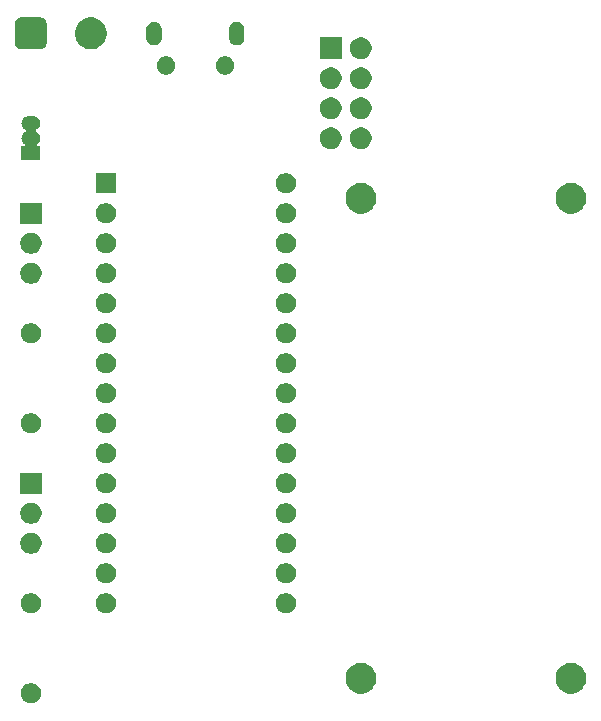
<source format=gbr>
G04 #@! TF.GenerationSoftware,KiCad,Pcbnew,(5.1.5)-3*
G04 #@! TF.CreationDate,2020-05-11T13:25:37+02:00*
G04 #@! TF.ProjectId,Weather_Station_board,57656174-6865-4725-9f53-746174696f6e,rev?*
G04 #@! TF.SameCoordinates,Original*
G04 #@! TF.FileFunction,Soldermask,Bot*
G04 #@! TF.FilePolarity,Negative*
%FSLAX46Y46*%
G04 Gerber Fmt 4.6, Leading zero omitted, Abs format (unit mm)*
G04 Created by KiCad (PCBNEW (5.1.5)-3) date 2020-05-11 13:25:37*
%MOMM*%
%LPD*%
G04 APERTURE LIST*
%ADD10C,0.100000*%
G04 APERTURE END LIST*
D10*
G36*
X95498228Y-100781703D02*
G01*
X95653100Y-100845853D01*
X95792481Y-100938985D01*
X95911015Y-101057519D01*
X96004147Y-101196900D01*
X96068297Y-101351772D01*
X96101000Y-101516184D01*
X96101000Y-101683816D01*
X96068297Y-101848228D01*
X96004147Y-102003100D01*
X95911015Y-102142481D01*
X95792481Y-102261015D01*
X95653100Y-102354147D01*
X95498228Y-102418297D01*
X95333816Y-102451000D01*
X95166184Y-102451000D01*
X95001772Y-102418297D01*
X94846900Y-102354147D01*
X94707519Y-102261015D01*
X94588985Y-102142481D01*
X94495853Y-102003100D01*
X94431703Y-101848228D01*
X94399000Y-101683816D01*
X94399000Y-101516184D01*
X94431703Y-101351772D01*
X94495853Y-101196900D01*
X94588985Y-101057519D01*
X94707519Y-100938985D01*
X94846900Y-100845853D01*
X95001772Y-100781703D01*
X95166184Y-100749000D01*
X95333816Y-100749000D01*
X95498228Y-100781703D01*
G37*
G36*
X141349487Y-99078996D02*
G01*
X141586253Y-99177068D01*
X141586255Y-99177069D01*
X141799339Y-99319447D01*
X141980553Y-99500661D01*
X142122932Y-99713747D01*
X142221004Y-99950513D01*
X142271000Y-100201861D01*
X142271000Y-100458139D01*
X142221004Y-100709487D01*
X142122932Y-100946253D01*
X142122931Y-100946255D01*
X141980553Y-101159339D01*
X141799339Y-101340553D01*
X141586255Y-101482931D01*
X141586254Y-101482932D01*
X141586253Y-101482932D01*
X141349487Y-101581004D01*
X141098139Y-101631000D01*
X140841861Y-101631000D01*
X140590513Y-101581004D01*
X140353747Y-101482932D01*
X140353746Y-101482932D01*
X140353745Y-101482931D01*
X140140661Y-101340553D01*
X139959447Y-101159339D01*
X139817069Y-100946255D01*
X139817068Y-100946253D01*
X139718996Y-100709487D01*
X139669000Y-100458139D01*
X139669000Y-100201861D01*
X139718996Y-99950513D01*
X139817068Y-99713747D01*
X139959447Y-99500661D01*
X140140661Y-99319447D01*
X140353745Y-99177069D01*
X140353747Y-99177068D01*
X140590513Y-99078996D01*
X140841861Y-99029000D01*
X141098139Y-99029000D01*
X141349487Y-99078996D01*
G37*
G36*
X123569487Y-99078996D02*
G01*
X123806253Y-99177068D01*
X123806255Y-99177069D01*
X124019339Y-99319447D01*
X124200553Y-99500661D01*
X124342932Y-99713747D01*
X124441004Y-99950513D01*
X124491000Y-100201861D01*
X124491000Y-100458139D01*
X124441004Y-100709487D01*
X124342932Y-100946253D01*
X124342931Y-100946255D01*
X124200553Y-101159339D01*
X124019339Y-101340553D01*
X123806255Y-101482931D01*
X123806254Y-101482932D01*
X123806253Y-101482932D01*
X123569487Y-101581004D01*
X123318139Y-101631000D01*
X123061861Y-101631000D01*
X122810513Y-101581004D01*
X122573747Y-101482932D01*
X122573746Y-101482932D01*
X122573745Y-101482931D01*
X122360661Y-101340553D01*
X122179447Y-101159339D01*
X122037069Y-100946255D01*
X122037068Y-100946253D01*
X121938996Y-100709487D01*
X121889000Y-100458139D01*
X121889000Y-100201861D01*
X121938996Y-99950513D01*
X122037068Y-99713747D01*
X122179447Y-99500661D01*
X122360661Y-99319447D01*
X122573745Y-99177069D01*
X122573747Y-99177068D01*
X122810513Y-99078996D01*
X123061861Y-99029000D01*
X123318139Y-99029000D01*
X123569487Y-99078996D01*
G37*
G36*
X95498228Y-93161703D02*
G01*
X95653100Y-93225853D01*
X95792481Y-93318985D01*
X95911015Y-93437519D01*
X96004147Y-93576900D01*
X96068297Y-93731772D01*
X96101000Y-93896184D01*
X96101000Y-94063816D01*
X96068297Y-94228228D01*
X96004147Y-94383100D01*
X95911015Y-94522481D01*
X95792481Y-94641015D01*
X95653100Y-94734147D01*
X95498228Y-94798297D01*
X95333816Y-94831000D01*
X95166184Y-94831000D01*
X95001772Y-94798297D01*
X94846900Y-94734147D01*
X94707519Y-94641015D01*
X94588985Y-94522481D01*
X94495853Y-94383100D01*
X94431703Y-94228228D01*
X94399000Y-94063816D01*
X94399000Y-93896184D01*
X94431703Y-93731772D01*
X94495853Y-93576900D01*
X94588985Y-93437519D01*
X94707519Y-93318985D01*
X94846900Y-93225853D01*
X95001772Y-93161703D01*
X95166184Y-93129000D01*
X95333816Y-93129000D01*
X95498228Y-93161703D01*
G37*
G36*
X117088228Y-93161703D02*
G01*
X117243100Y-93225853D01*
X117382481Y-93318985D01*
X117501015Y-93437519D01*
X117594147Y-93576900D01*
X117658297Y-93731772D01*
X117691000Y-93896184D01*
X117691000Y-94063816D01*
X117658297Y-94228228D01*
X117594147Y-94383100D01*
X117501015Y-94522481D01*
X117382481Y-94641015D01*
X117243100Y-94734147D01*
X117088228Y-94798297D01*
X116923816Y-94831000D01*
X116756184Y-94831000D01*
X116591772Y-94798297D01*
X116436900Y-94734147D01*
X116297519Y-94641015D01*
X116178985Y-94522481D01*
X116085853Y-94383100D01*
X116021703Y-94228228D01*
X115989000Y-94063816D01*
X115989000Y-93896184D01*
X116021703Y-93731772D01*
X116085853Y-93576900D01*
X116178985Y-93437519D01*
X116297519Y-93318985D01*
X116436900Y-93225853D01*
X116591772Y-93161703D01*
X116756184Y-93129000D01*
X116923816Y-93129000D01*
X117088228Y-93161703D01*
G37*
G36*
X101848228Y-93161703D02*
G01*
X102003100Y-93225853D01*
X102142481Y-93318985D01*
X102261015Y-93437519D01*
X102354147Y-93576900D01*
X102418297Y-93731772D01*
X102451000Y-93896184D01*
X102451000Y-94063816D01*
X102418297Y-94228228D01*
X102354147Y-94383100D01*
X102261015Y-94522481D01*
X102142481Y-94641015D01*
X102003100Y-94734147D01*
X101848228Y-94798297D01*
X101683816Y-94831000D01*
X101516184Y-94831000D01*
X101351772Y-94798297D01*
X101196900Y-94734147D01*
X101057519Y-94641015D01*
X100938985Y-94522481D01*
X100845853Y-94383100D01*
X100781703Y-94228228D01*
X100749000Y-94063816D01*
X100749000Y-93896184D01*
X100781703Y-93731772D01*
X100845853Y-93576900D01*
X100938985Y-93437519D01*
X101057519Y-93318985D01*
X101196900Y-93225853D01*
X101351772Y-93161703D01*
X101516184Y-93129000D01*
X101683816Y-93129000D01*
X101848228Y-93161703D01*
G37*
G36*
X117088228Y-90621703D02*
G01*
X117243100Y-90685853D01*
X117382481Y-90778985D01*
X117501015Y-90897519D01*
X117594147Y-91036900D01*
X117658297Y-91191772D01*
X117691000Y-91356184D01*
X117691000Y-91523816D01*
X117658297Y-91688228D01*
X117594147Y-91843100D01*
X117501015Y-91982481D01*
X117382481Y-92101015D01*
X117243100Y-92194147D01*
X117088228Y-92258297D01*
X116923816Y-92291000D01*
X116756184Y-92291000D01*
X116591772Y-92258297D01*
X116436900Y-92194147D01*
X116297519Y-92101015D01*
X116178985Y-91982481D01*
X116085853Y-91843100D01*
X116021703Y-91688228D01*
X115989000Y-91523816D01*
X115989000Y-91356184D01*
X116021703Y-91191772D01*
X116085853Y-91036900D01*
X116178985Y-90897519D01*
X116297519Y-90778985D01*
X116436900Y-90685853D01*
X116591772Y-90621703D01*
X116756184Y-90589000D01*
X116923816Y-90589000D01*
X117088228Y-90621703D01*
G37*
G36*
X101848228Y-90621703D02*
G01*
X102003100Y-90685853D01*
X102142481Y-90778985D01*
X102261015Y-90897519D01*
X102354147Y-91036900D01*
X102418297Y-91191772D01*
X102451000Y-91356184D01*
X102451000Y-91523816D01*
X102418297Y-91688228D01*
X102354147Y-91843100D01*
X102261015Y-91982481D01*
X102142481Y-92101015D01*
X102003100Y-92194147D01*
X101848228Y-92258297D01*
X101683816Y-92291000D01*
X101516184Y-92291000D01*
X101351772Y-92258297D01*
X101196900Y-92194147D01*
X101057519Y-92101015D01*
X100938985Y-91982481D01*
X100845853Y-91843100D01*
X100781703Y-91688228D01*
X100749000Y-91523816D01*
X100749000Y-91356184D01*
X100781703Y-91191772D01*
X100845853Y-91036900D01*
X100938985Y-90897519D01*
X101057519Y-90778985D01*
X101196900Y-90685853D01*
X101351772Y-90621703D01*
X101516184Y-90589000D01*
X101683816Y-90589000D01*
X101848228Y-90621703D01*
G37*
G36*
X95363512Y-88003927D02*
G01*
X95512812Y-88033624D01*
X95676784Y-88101544D01*
X95824354Y-88200147D01*
X95949853Y-88325646D01*
X96048456Y-88473216D01*
X96116376Y-88637188D01*
X96151000Y-88811259D01*
X96151000Y-88988741D01*
X96116376Y-89162812D01*
X96048456Y-89326784D01*
X95949853Y-89474354D01*
X95824354Y-89599853D01*
X95676784Y-89698456D01*
X95512812Y-89766376D01*
X95363512Y-89796073D01*
X95338742Y-89801000D01*
X95161258Y-89801000D01*
X95136488Y-89796073D01*
X94987188Y-89766376D01*
X94823216Y-89698456D01*
X94675646Y-89599853D01*
X94550147Y-89474354D01*
X94451544Y-89326784D01*
X94383624Y-89162812D01*
X94349000Y-88988741D01*
X94349000Y-88811259D01*
X94383624Y-88637188D01*
X94451544Y-88473216D01*
X94550147Y-88325646D01*
X94675646Y-88200147D01*
X94823216Y-88101544D01*
X94987188Y-88033624D01*
X95136488Y-88003927D01*
X95161258Y-87999000D01*
X95338742Y-87999000D01*
X95363512Y-88003927D01*
G37*
G36*
X117088228Y-88081703D02*
G01*
X117243100Y-88145853D01*
X117382481Y-88238985D01*
X117501015Y-88357519D01*
X117594147Y-88496900D01*
X117658297Y-88651772D01*
X117691000Y-88816184D01*
X117691000Y-88983816D01*
X117658297Y-89148228D01*
X117594147Y-89303100D01*
X117501015Y-89442481D01*
X117382481Y-89561015D01*
X117243100Y-89654147D01*
X117088228Y-89718297D01*
X116923816Y-89751000D01*
X116756184Y-89751000D01*
X116591772Y-89718297D01*
X116436900Y-89654147D01*
X116297519Y-89561015D01*
X116178985Y-89442481D01*
X116085853Y-89303100D01*
X116021703Y-89148228D01*
X115989000Y-88983816D01*
X115989000Y-88816184D01*
X116021703Y-88651772D01*
X116085853Y-88496900D01*
X116178985Y-88357519D01*
X116297519Y-88238985D01*
X116436900Y-88145853D01*
X116591772Y-88081703D01*
X116756184Y-88049000D01*
X116923816Y-88049000D01*
X117088228Y-88081703D01*
G37*
G36*
X101848228Y-88081703D02*
G01*
X102003100Y-88145853D01*
X102142481Y-88238985D01*
X102261015Y-88357519D01*
X102354147Y-88496900D01*
X102418297Y-88651772D01*
X102451000Y-88816184D01*
X102451000Y-88983816D01*
X102418297Y-89148228D01*
X102354147Y-89303100D01*
X102261015Y-89442481D01*
X102142481Y-89561015D01*
X102003100Y-89654147D01*
X101848228Y-89718297D01*
X101683816Y-89751000D01*
X101516184Y-89751000D01*
X101351772Y-89718297D01*
X101196900Y-89654147D01*
X101057519Y-89561015D01*
X100938985Y-89442481D01*
X100845853Y-89303100D01*
X100781703Y-89148228D01*
X100749000Y-88983816D01*
X100749000Y-88816184D01*
X100781703Y-88651772D01*
X100845853Y-88496900D01*
X100938985Y-88357519D01*
X101057519Y-88238985D01*
X101196900Y-88145853D01*
X101351772Y-88081703D01*
X101516184Y-88049000D01*
X101683816Y-88049000D01*
X101848228Y-88081703D01*
G37*
G36*
X95363512Y-85463927D02*
G01*
X95512812Y-85493624D01*
X95676784Y-85561544D01*
X95824354Y-85660147D01*
X95949853Y-85785646D01*
X96048456Y-85933216D01*
X96116376Y-86097188D01*
X96151000Y-86271259D01*
X96151000Y-86448741D01*
X96116376Y-86622812D01*
X96048456Y-86786784D01*
X95949853Y-86934354D01*
X95824354Y-87059853D01*
X95676784Y-87158456D01*
X95512812Y-87226376D01*
X95363512Y-87256073D01*
X95338742Y-87261000D01*
X95161258Y-87261000D01*
X95136488Y-87256073D01*
X94987188Y-87226376D01*
X94823216Y-87158456D01*
X94675646Y-87059853D01*
X94550147Y-86934354D01*
X94451544Y-86786784D01*
X94383624Y-86622812D01*
X94349000Y-86448741D01*
X94349000Y-86271259D01*
X94383624Y-86097188D01*
X94451544Y-85933216D01*
X94550147Y-85785646D01*
X94675646Y-85660147D01*
X94823216Y-85561544D01*
X94987188Y-85493624D01*
X95136488Y-85463927D01*
X95161258Y-85459000D01*
X95338742Y-85459000D01*
X95363512Y-85463927D01*
G37*
G36*
X117088228Y-85541703D02*
G01*
X117243100Y-85605853D01*
X117382481Y-85698985D01*
X117501015Y-85817519D01*
X117594147Y-85956900D01*
X117658297Y-86111772D01*
X117691000Y-86276184D01*
X117691000Y-86443816D01*
X117658297Y-86608228D01*
X117594147Y-86763100D01*
X117501015Y-86902481D01*
X117382481Y-87021015D01*
X117243100Y-87114147D01*
X117088228Y-87178297D01*
X116923816Y-87211000D01*
X116756184Y-87211000D01*
X116591772Y-87178297D01*
X116436900Y-87114147D01*
X116297519Y-87021015D01*
X116178985Y-86902481D01*
X116085853Y-86763100D01*
X116021703Y-86608228D01*
X115989000Y-86443816D01*
X115989000Y-86276184D01*
X116021703Y-86111772D01*
X116085853Y-85956900D01*
X116178985Y-85817519D01*
X116297519Y-85698985D01*
X116436900Y-85605853D01*
X116591772Y-85541703D01*
X116756184Y-85509000D01*
X116923816Y-85509000D01*
X117088228Y-85541703D01*
G37*
G36*
X101848228Y-85541703D02*
G01*
X102003100Y-85605853D01*
X102142481Y-85698985D01*
X102261015Y-85817519D01*
X102354147Y-85956900D01*
X102418297Y-86111772D01*
X102451000Y-86276184D01*
X102451000Y-86443816D01*
X102418297Y-86608228D01*
X102354147Y-86763100D01*
X102261015Y-86902481D01*
X102142481Y-87021015D01*
X102003100Y-87114147D01*
X101848228Y-87178297D01*
X101683816Y-87211000D01*
X101516184Y-87211000D01*
X101351772Y-87178297D01*
X101196900Y-87114147D01*
X101057519Y-87021015D01*
X100938985Y-86902481D01*
X100845853Y-86763100D01*
X100781703Y-86608228D01*
X100749000Y-86443816D01*
X100749000Y-86276184D01*
X100781703Y-86111772D01*
X100845853Y-85956900D01*
X100938985Y-85817519D01*
X101057519Y-85698985D01*
X101196900Y-85605853D01*
X101351772Y-85541703D01*
X101516184Y-85509000D01*
X101683816Y-85509000D01*
X101848228Y-85541703D01*
G37*
G36*
X96151000Y-84721000D02*
G01*
X94349000Y-84721000D01*
X94349000Y-82919000D01*
X96151000Y-82919000D01*
X96151000Y-84721000D01*
G37*
G36*
X117088228Y-83001703D02*
G01*
X117243100Y-83065853D01*
X117382481Y-83158985D01*
X117501015Y-83277519D01*
X117594147Y-83416900D01*
X117658297Y-83571772D01*
X117691000Y-83736184D01*
X117691000Y-83903816D01*
X117658297Y-84068228D01*
X117594147Y-84223100D01*
X117501015Y-84362481D01*
X117382481Y-84481015D01*
X117243100Y-84574147D01*
X117088228Y-84638297D01*
X116923816Y-84671000D01*
X116756184Y-84671000D01*
X116591772Y-84638297D01*
X116436900Y-84574147D01*
X116297519Y-84481015D01*
X116178985Y-84362481D01*
X116085853Y-84223100D01*
X116021703Y-84068228D01*
X115989000Y-83903816D01*
X115989000Y-83736184D01*
X116021703Y-83571772D01*
X116085853Y-83416900D01*
X116178985Y-83277519D01*
X116297519Y-83158985D01*
X116436900Y-83065853D01*
X116591772Y-83001703D01*
X116756184Y-82969000D01*
X116923816Y-82969000D01*
X117088228Y-83001703D01*
G37*
G36*
X101848228Y-83001703D02*
G01*
X102003100Y-83065853D01*
X102142481Y-83158985D01*
X102261015Y-83277519D01*
X102354147Y-83416900D01*
X102418297Y-83571772D01*
X102451000Y-83736184D01*
X102451000Y-83903816D01*
X102418297Y-84068228D01*
X102354147Y-84223100D01*
X102261015Y-84362481D01*
X102142481Y-84481015D01*
X102003100Y-84574147D01*
X101848228Y-84638297D01*
X101683816Y-84671000D01*
X101516184Y-84671000D01*
X101351772Y-84638297D01*
X101196900Y-84574147D01*
X101057519Y-84481015D01*
X100938985Y-84362481D01*
X100845853Y-84223100D01*
X100781703Y-84068228D01*
X100749000Y-83903816D01*
X100749000Y-83736184D01*
X100781703Y-83571772D01*
X100845853Y-83416900D01*
X100938985Y-83277519D01*
X101057519Y-83158985D01*
X101196900Y-83065853D01*
X101351772Y-83001703D01*
X101516184Y-82969000D01*
X101683816Y-82969000D01*
X101848228Y-83001703D01*
G37*
G36*
X117088228Y-80461703D02*
G01*
X117243100Y-80525853D01*
X117382481Y-80618985D01*
X117501015Y-80737519D01*
X117594147Y-80876900D01*
X117658297Y-81031772D01*
X117691000Y-81196184D01*
X117691000Y-81363816D01*
X117658297Y-81528228D01*
X117594147Y-81683100D01*
X117501015Y-81822481D01*
X117382481Y-81941015D01*
X117243100Y-82034147D01*
X117088228Y-82098297D01*
X116923816Y-82131000D01*
X116756184Y-82131000D01*
X116591772Y-82098297D01*
X116436900Y-82034147D01*
X116297519Y-81941015D01*
X116178985Y-81822481D01*
X116085853Y-81683100D01*
X116021703Y-81528228D01*
X115989000Y-81363816D01*
X115989000Y-81196184D01*
X116021703Y-81031772D01*
X116085853Y-80876900D01*
X116178985Y-80737519D01*
X116297519Y-80618985D01*
X116436900Y-80525853D01*
X116591772Y-80461703D01*
X116756184Y-80429000D01*
X116923816Y-80429000D01*
X117088228Y-80461703D01*
G37*
G36*
X101848228Y-80461703D02*
G01*
X102003100Y-80525853D01*
X102142481Y-80618985D01*
X102261015Y-80737519D01*
X102354147Y-80876900D01*
X102418297Y-81031772D01*
X102451000Y-81196184D01*
X102451000Y-81363816D01*
X102418297Y-81528228D01*
X102354147Y-81683100D01*
X102261015Y-81822481D01*
X102142481Y-81941015D01*
X102003100Y-82034147D01*
X101848228Y-82098297D01*
X101683816Y-82131000D01*
X101516184Y-82131000D01*
X101351772Y-82098297D01*
X101196900Y-82034147D01*
X101057519Y-81941015D01*
X100938985Y-81822481D01*
X100845853Y-81683100D01*
X100781703Y-81528228D01*
X100749000Y-81363816D01*
X100749000Y-81196184D01*
X100781703Y-81031772D01*
X100845853Y-80876900D01*
X100938985Y-80737519D01*
X101057519Y-80618985D01*
X101196900Y-80525853D01*
X101351772Y-80461703D01*
X101516184Y-80429000D01*
X101683816Y-80429000D01*
X101848228Y-80461703D01*
G37*
G36*
X117088228Y-77921703D02*
G01*
X117243100Y-77985853D01*
X117382481Y-78078985D01*
X117501015Y-78197519D01*
X117594147Y-78336900D01*
X117658297Y-78491772D01*
X117691000Y-78656184D01*
X117691000Y-78823816D01*
X117658297Y-78988228D01*
X117594147Y-79143100D01*
X117501015Y-79282481D01*
X117382481Y-79401015D01*
X117243100Y-79494147D01*
X117088228Y-79558297D01*
X116923816Y-79591000D01*
X116756184Y-79591000D01*
X116591772Y-79558297D01*
X116436900Y-79494147D01*
X116297519Y-79401015D01*
X116178985Y-79282481D01*
X116085853Y-79143100D01*
X116021703Y-78988228D01*
X115989000Y-78823816D01*
X115989000Y-78656184D01*
X116021703Y-78491772D01*
X116085853Y-78336900D01*
X116178985Y-78197519D01*
X116297519Y-78078985D01*
X116436900Y-77985853D01*
X116591772Y-77921703D01*
X116756184Y-77889000D01*
X116923816Y-77889000D01*
X117088228Y-77921703D01*
G37*
G36*
X95498228Y-77921703D02*
G01*
X95653100Y-77985853D01*
X95792481Y-78078985D01*
X95911015Y-78197519D01*
X96004147Y-78336900D01*
X96068297Y-78491772D01*
X96101000Y-78656184D01*
X96101000Y-78823816D01*
X96068297Y-78988228D01*
X96004147Y-79143100D01*
X95911015Y-79282481D01*
X95792481Y-79401015D01*
X95653100Y-79494147D01*
X95498228Y-79558297D01*
X95333816Y-79591000D01*
X95166184Y-79591000D01*
X95001772Y-79558297D01*
X94846900Y-79494147D01*
X94707519Y-79401015D01*
X94588985Y-79282481D01*
X94495853Y-79143100D01*
X94431703Y-78988228D01*
X94399000Y-78823816D01*
X94399000Y-78656184D01*
X94431703Y-78491772D01*
X94495853Y-78336900D01*
X94588985Y-78197519D01*
X94707519Y-78078985D01*
X94846900Y-77985853D01*
X95001772Y-77921703D01*
X95166184Y-77889000D01*
X95333816Y-77889000D01*
X95498228Y-77921703D01*
G37*
G36*
X101848228Y-77921703D02*
G01*
X102003100Y-77985853D01*
X102142481Y-78078985D01*
X102261015Y-78197519D01*
X102354147Y-78336900D01*
X102418297Y-78491772D01*
X102451000Y-78656184D01*
X102451000Y-78823816D01*
X102418297Y-78988228D01*
X102354147Y-79143100D01*
X102261015Y-79282481D01*
X102142481Y-79401015D01*
X102003100Y-79494147D01*
X101848228Y-79558297D01*
X101683816Y-79591000D01*
X101516184Y-79591000D01*
X101351772Y-79558297D01*
X101196900Y-79494147D01*
X101057519Y-79401015D01*
X100938985Y-79282481D01*
X100845853Y-79143100D01*
X100781703Y-78988228D01*
X100749000Y-78823816D01*
X100749000Y-78656184D01*
X100781703Y-78491772D01*
X100845853Y-78336900D01*
X100938985Y-78197519D01*
X101057519Y-78078985D01*
X101196900Y-77985853D01*
X101351772Y-77921703D01*
X101516184Y-77889000D01*
X101683816Y-77889000D01*
X101848228Y-77921703D01*
G37*
G36*
X117088228Y-75381703D02*
G01*
X117243100Y-75445853D01*
X117382481Y-75538985D01*
X117501015Y-75657519D01*
X117594147Y-75796900D01*
X117658297Y-75951772D01*
X117691000Y-76116184D01*
X117691000Y-76283816D01*
X117658297Y-76448228D01*
X117594147Y-76603100D01*
X117501015Y-76742481D01*
X117382481Y-76861015D01*
X117243100Y-76954147D01*
X117088228Y-77018297D01*
X116923816Y-77051000D01*
X116756184Y-77051000D01*
X116591772Y-77018297D01*
X116436900Y-76954147D01*
X116297519Y-76861015D01*
X116178985Y-76742481D01*
X116085853Y-76603100D01*
X116021703Y-76448228D01*
X115989000Y-76283816D01*
X115989000Y-76116184D01*
X116021703Y-75951772D01*
X116085853Y-75796900D01*
X116178985Y-75657519D01*
X116297519Y-75538985D01*
X116436900Y-75445853D01*
X116591772Y-75381703D01*
X116756184Y-75349000D01*
X116923816Y-75349000D01*
X117088228Y-75381703D01*
G37*
G36*
X101848228Y-75381703D02*
G01*
X102003100Y-75445853D01*
X102142481Y-75538985D01*
X102261015Y-75657519D01*
X102354147Y-75796900D01*
X102418297Y-75951772D01*
X102451000Y-76116184D01*
X102451000Y-76283816D01*
X102418297Y-76448228D01*
X102354147Y-76603100D01*
X102261015Y-76742481D01*
X102142481Y-76861015D01*
X102003100Y-76954147D01*
X101848228Y-77018297D01*
X101683816Y-77051000D01*
X101516184Y-77051000D01*
X101351772Y-77018297D01*
X101196900Y-76954147D01*
X101057519Y-76861015D01*
X100938985Y-76742481D01*
X100845853Y-76603100D01*
X100781703Y-76448228D01*
X100749000Y-76283816D01*
X100749000Y-76116184D01*
X100781703Y-75951772D01*
X100845853Y-75796900D01*
X100938985Y-75657519D01*
X101057519Y-75538985D01*
X101196900Y-75445853D01*
X101351772Y-75381703D01*
X101516184Y-75349000D01*
X101683816Y-75349000D01*
X101848228Y-75381703D01*
G37*
G36*
X101848228Y-72841703D02*
G01*
X102003100Y-72905853D01*
X102142481Y-72998985D01*
X102261015Y-73117519D01*
X102354147Y-73256900D01*
X102418297Y-73411772D01*
X102451000Y-73576184D01*
X102451000Y-73743816D01*
X102418297Y-73908228D01*
X102354147Y-74063100D01*
X102261015Y-74202481D01*
X102142481Y-74321015D01*
X102003100Y-74414147D01*
X101848228Y-74478297D01*
X101683816Y-74511000D01*
X101516184Y-74511000D01*
X101351772Y-74478297D01*
X101196900Y-74414147D01*
X101057519Y-74321015D01*
X100938985Y-74202481D01*
X100845853Y-74063100D01*
X100781703Y-73908228D01*
X100749000Y-73743816D01*
X100749000Y-73576184D01*
X100781703Y-73411772D01*
X100845853Y-73256900D01*
X100938985Y-73117519D01*
X101057519Y-72998985D01*
X101196900Y-72905853D01*
X101351772Y-72841703D01*
X101516184Y-72809000D01*
X101683816Y-72809000D01*
X101848228Y-72841703D01*
G37*
G36*
X117088228Y-72841703D02*
G01*
X117243100Y-72905853D01*
X117382481Y-72998985D01*
X117501015Y-73117519D01*
X117594147Y-73256900D01*
X117658297Y-73411772D01*
X117691000Y-73576184D01*
X117691000Y-73743816D01*
X117658297Y-73908228D01*
X117594147Y-74063100D01*
X117501015Y-74202481D01*
X117382481Y-74321015D01*
X117243100Y-74414147D01*
X117088228Y-74478297D01*
X116923816Y-74511000D01*
X116756184Y-74511000D01*
X116591772Y-74478297D01*
X116436900Y-74414147D01*
X116297519Y-74321015D01*
X116178985Y-74202481D01*
X116085853Y-74063100D01*
X116021703Y-73908228D01*
X115989000Y-73743816D01*
X115989000Y-73576184D01*
X116021703Y-73411772D01*
X116085853Y-73256900D01*
X116178985Y-73117519D01*
X116297519Y-72998985D01*
X116436900Y-72905853D01*
X116591772Y-72841703D01*
X116756184Y-72809000D01*
X116923816Y-72809000D01*
X117088228Y-72841703D01*
G37*
G36*
X101848228Y-70301703D02*
G01*
X102003100Y-70365853D01*
X102142481Y-70458985D01*
X102261015Y-70577519D01*
X102354147Y-70716900D01*
X102418297Y-70871772D01*
X102451000Y-71036184D01*
X102451000Y-71203816D01*
X102418297Y-71368228D01*
X102354147Y-71523100D01*
X102261015Y-71662481D01*
X102142481Y-71781015D01*
X102003100Y-71874147D01*
X101848228Y-71938297D01*
X101683816Y-71971000D01*
X101516184Y-71971000D01*
X101351772Y-71938297D01*
X101196900Y-71874147D01*
X101057519Y-71781015D01*
X100938985Y-71662481D01*
X100845853Y-71523100D01*
X100781703Y-71368228D01*
X100749000Y-71203816D01*
X100749000Y-71036184D01*
X100781703Y-70871772D01*
X100845853Y-70716900D01*
X100938985Y-70577519D01*
X101057519Y-70458985D01*
X101196900Y-70365853D01*
X101351772Y-70301703D01*
X101516184Y-70269000D01*
X101683816Y-70269000D01*
X101848228Y-70301703D01*
G37*
G36*
X117088228Y-70301703D02*
G01*
X117243100Y-70365853D01*
X117382481Y-70458985D01*
X117501015Y-70577519D01*
X117594147Y-70716900D01*
X117658297Y-70871772D01*
X117691000Y-71036184D01*
X117691000Y-71203816D01*
X117658297Y-71368228D01*
X117594147Y-71523100D01*
X117501015Y-71662481D01*
X117382481Y-71781015D01*
X117243100Y-71874147D01*
X117088228Y-71938297D01*
X116923816Y-71971000D01*
X116756184Y-71971000D01*
X116591772Y-71938297D01*
X116436900Y-71874147D01*
X116297519Y-71781015D01*
X116178985Y-71662481D01*
X116085853Y-71523100D01*
X116021703Y-71368228D01*
X115989000Y-71203816D01*
X115989000Y-71036184D01*
X116021703Y-70871772D01*
X116085853Y-70716900D01*
X116178985Y-70577519D01*
X116297519Y-70458985D01*
X116436900Y-70365853D01*
X116591772Y-70301703D01*
X116756184Y-70269000D01*
X116923816Y-70269000D01*
X117088228Y-70301703D01*
G37*
G36*
X95498228Y-70301703D02*
G01*
X95653100Y-70365853D01*
X95792481Y-70458985D01*
X95911015Y-70577519D01*
X96004147Y-70716900D01*
X96068297Y-70871772D01*
X96101000Y-71036184D01*
X96101000Y-71203816D01*
X96068297Y-71368228D01*
X96004147Y-71523100D01*
X95911015Y-71662481D01*
X95792481Y-71781015D01*
X95653100Y-71874147D01*
X95498228Y-71938297D01*
X95333816Y-71971000D01*
X95166184Y-71971000D01*
X95001772Y-71938297D01*
X94846900Y-71874147D01*
X94707519Y-71781015D01*
X94588985Y-71662481D01*
X94495853Y-71523100D01*
X94431703Y-71368228D01*
X94399000Y-71203816D01*
X94399000Y-71036184D01*
X94431703Y-70871772D01*
X94495853Y-70716900D01*
X94588985Y-70577519D01*
X94707519Y-70458985D01*
X94846900Y-70365853D01*
X95001772Y-70301703D01*
X95166184Y-70269000D01*
X95333816Y-70269000D01*
X95498228Y-70301703D01*
G37*
G36*
X117088228Y-67761703D02*
G01*
X117243100Y-67825853D01*
X117382481Y-67918985D01*
X117501015Y-68037519D01*
X117594147Y-68176900D01*
X117658297Y-68331772D01*
X117691000Y-68496184D01*
X117691000Y-68663816D01*
X117658297Y-68828228D01*
X117594147Y-68983100D01*
X117501015Y-69122481D01*
X117382481Y-69241015D01*
X117243100Y-69334147D01*
X117088228Y-69398297D01*
X116923816Y-69431000D01*
X116756184Y-69431000D01*
X116591772Y-69398297D01*
X116436900Y-69334147D01*
X116297519Y-69241015D01*
X116178985Y-69122481D01*
X116085853Y-68983100D01*
X116021703Y-68828228D01*
X115989000Y-68663816D01*
X115989000Y-68496184D01*
X116021703Y-68331772D01*
X116085853Y-68176900D01*
X116178985Y-68037519D01*
X116297519Y-67918985D01*
X116436900Y-67825853D01*
X116591772Y-67761703D01*
X116756184Y-67729000D01*
X116923816Y-67729000D01*
X117088228Y-67761703D01*
G37*
G36*
X101848228Y-67761703D02*
G01*
X102003100Y-67825853D01*
X102142481Y-67918985D01*
X102261015Y-68037519D01*
X102354147Y-68176900D01*
X102418297Y-68331772D01*
X102451000Y-68496184D01*
X102451000Y-68663816D01*
X102418297Y-68828228D01*
X102354147Y-68983100D01*
X102261015Y-69122481D01*
X102142481Y-69241015D01*
X102003100Y-69334147D01*
X101848228Y-69398297D01*
X101683816Y-69431000D01*
X101516184Y-69431000D01*
X101351772Y-69398297D01*
X101196900Y-69334147D01*
X101057519Y-69241015D01*
X100938985Y-69122481D01*
X100845853Y-68983100D01*
X100781703Y-68828228D01*
X100749000Y-68663816D01*
X100749000Y-68496184D01*
X100781703Y-68331772D01*
X100845853Y-68176900D01*
X100938985Y-68037519D01*
X101057519Y-67918985D01*
X101196900Y-67825853D01*
X101351772Y-67761703D01*
X101516184Y-67729000D01*
X101683816Y-67729000D01*
X101848228Y-67761703D01*
G37*
G36*
X95363512Y-65143927D02*
G01*
X95512812Y-65173624D01*
X95676784Y-65241544D01*
X95824354Y-65340147D01*
X95949853Y-65465646D01*
X96048456Y-65613216D01*
X96116376Y-65777188D01*
X96151000Y-65951259D01*
X96151000Y-66128741D01*
X96116376Y-66302812D01*
X96048456Y-66466784D01*
X95949853Y-66614354D01*
X95824354Y-66739853D01*
X95676784Y-66838456D01*
X95512812Y-66906376D01*
X95363512Y-66936073D01*
X95338742Y-66941000D01*
X95161258Y-66941000D01*
X95136488Y-66936073D01*
X94987188Y-66906376D01*
X94823216Y-66838456D01*
X94675646Y-66739853D01*
X94550147Y-66614354D01*
X94451544Y-66466784D01*
X94383624Y-66302812D01*
X94349000Y-66128741D01*
X94349000Y-65951259D01*
X94383624Y-65777188D01*
X94451544Y-65613216D01*
X94550147Y-65465646D01*
X94675646Y-65340147D01*
X94823216Y-65241544D01*
X94987188Y-65173624D01*
X95136488Y-65143927D01*
X95161258Y-65139000D01*
X95338742Y-65139000D01*
X95363512Y-65143927D01*
G37*
G36*
X101848228Y-65221703D02*
G01*
X102003100Y-65285853D01*
X102142481Y-65378985D01*
X102261015Y-65497519D01*
X102354147Y-65636900D01*
X102418297Y-65791772D01*
X102451000Y-65956184D01*
X102451000Y-66123816D01*
X102418297Y-66288228D01*
X102354147Y-66443100D01*
X102261015Y-66582481D01*
X102142481Y-66701015D01*
X102003100Y-66794147D01*
X101848228Y-66858297D01*
X101683816Y-66891000D01*
X101516184Y-66891000D01*
X101351772Y-66858297D01*
X101196900Y-66794147D01*
X101057519Y-66701015D01*
X100938985Y-66582481D01*
X100845853Y-66443100D01*
X100781703Y-66288228D01*
X100749000Y-66123816D01*
X100749000Y-65956184D01*
X100781703Y-65791772D01*
X100845853Y-65636900D01*
X100938985Y-65497519D01*
X101057519Y-65378985D01*
X101196900Y-65285853D01*
X101351772Y-65221703D01*
X101516184Y-65189000D01*
X101683816Y-65189000D01*
X101848228Y-65221703D01*
G37*
G36*
X117088228Y-65221703D02*
G01*
X117243100Y-65285853D01*
X117382481Y-65378985D01*
X117501015Y-65497519D01*
X117594147Y-65636900D01*
X117658297Y-65791772D01*
X117691000Y-65956184D01*
X117691000Y-66123816D01*
X117658297Y-66288228D01*
X117594147Y-66443100D01*
X117501015Y-66582481D01*
X117382481Y-66701015D01*
X117243100Y-66794147D01*
X117088228Y-66858297D01*
X116923816Y-66891000D01*
X116756184Y-66891000D01*
X116591772Y-66858297D01*
X116436900Y-66794147D01*
X116297519Y-66701015D01*
X116178985Y-66582481D01*
X116085853Y-66443100D01*
X116021703Y-66288228D01*
X115989000Y-66123816D01*
X115989000Y-65956184D01*
X116021703Y-65791772D01*
X116085853Y-65636900D01*
X116178985Y-65497519D01*
X116297519Y-65378985D01*
X116436900Y-65285853D01*
X116591772Y-65221703D01*
X116756184Y-65189000D01*
X116923816Y-65189000D01*
X117088228Y-65221703D01*
G37*
G36*
X95363512Y-62603927D02*
G01*
X95512812Y-62633624D01*
X95676784Y-62701544D01*
X95824354Y-62800147D01*
X95949853Y-62925646D01*
X96048456Y-63073216D01*
X96116376Y-63237188D01*
X96151000Y-63411259D01*
X96151000Y-63588741D01*
X96116376Y-63762812D01*
X96048456Y-63926784D01*
X95949853Y-64074354D01*
X95824354Y-64199853D01*
X95676784Y-64298456D01*
X95512812Y-64366376D01*
X95363512Y-64396073D01*
X95338742Y-64401000D01*
X95161258Y-64401000D01*
X95136488Y-64396073D01*
X94987188Y-64366376D01*
X94823216Y-64298456D01*
X94675646Y-64199853D01*
X94550147Y-64074354D01*
X94451544Y-63926784D01*
X94383624Y-63762812D01*
X94349000Y-63588741D01*
X94349000Y-63411259D01*
X94383624Y-63237188D01*
X94451544Y-63073216D01*
X94550147Y-62925646D01*
X94675646Y-62800147D01*
X94823216Y-62701544D01*
X94987188Y-62633624D01*
X95136488Y-62603927D01*
X95161258Y-62599000D01*
X95338742Y-62599000D01*
X95363512Y-62603927D01*
G37*
G36*
X101848228Y-62681703D02*
G01*
X102003100Y-62745853D01*
X102142481Y-62838985D01*
X102261015Y-62957519D01*
X102354147Y-63096900D01*
X102418297Y-63251772D01*
X102451000Y-63416184D01*
X102451000Y-63583816D01*
X102418297Y-63748228D01*
X102354147Y-63903100D01*
X102261015Y-64042481D01*
X102142481Y-64161015D01*
X102003100Y-64254147D01*
X101848228Y-64318297D01*
X101683816Y-64351000D01*
X101516184Y-64351000D01*
X101351772Y-64318297D01*
X101196900Y-64254147D01*
X101057519Y-64161015D01*
X100938985Y-64042481D01*
X100845853Y-63903100D01*
X100781703Y-63748228D01*
X100749000Y-63583816D01*
X100749000Y-63416184D01*
X100781703Y-63251772D01*
X100845853Y-63096900D01*
X100938985Y-62957519D01*
X101057519Y-62838985D01*
X101196900Y-62745853D01*
X101351772Y-62681703D01*
X101516184Y-62649000D01*
X101683816Y-62649000D01*
X101848228Y-62681703D01*
G37*
G36*
X117088228Y-62681703D02*
G01*
X117243100Y-62745853D01*
X117382481Y-62838985D01*
X117501015Y-62957519D01*
X117594147Y-63096900D01*
X117658297Y-63251772D01*
X117691000Y-63416184D01*
X117691000Y-63583816D01*
X117658297Y-63748228D01*
X117594147Y-63903100D01*
X117501015Y-64042481D01*
X117382481Y-64161015D01*
X117243100Y-64254147D01*
X117088228Y-64318297D01*
X116923816Y-64351000D01*
X116756184Y-64351000D01*
X116591772Y-64318297D01*
X116436900Y-64254147D01*
X116297519Y-64161015D01*
X116178985Y-64042481D01*
X116085853Y-63903100D01*
X116021703Y-63748228D01*
X115989000Y-63583816D01*
X115989000Y-63416184D01*
X116021703Y-63251772D01*
X116085853Y-63096900D01*
X116178985Y-62957519D01*
X116297519Y-62838985D01*
X116436900Y-62745853D01*
X116591772Y-62681703D01*
X116756184Y-62649000D01*
X116923816Y-62649000D01*
X117088228Y-62681703D01*
G37*
G36*
X96151000Y-61861000D02*
G01*
X94349000Y-61861000D01*
X94349000Y-60059000D01*
X96151000Y-60059000D01*
X96151000Y-61861000D01*
G37*
G36*
X101848228Y-60141703D02*
G01*
X102003100Y-60205853D01*
X102142481Y-60298985D01*
X102261015Y-60417519D01*
X102354147Y-60556900D01*
X102418297Y-60711772D01*
X102451000Y-60876184D01*
X102451000Y-61043816D01*
X102418297Y-61208228D01*
X102354147Y-61363100D01*
X102261015Y-61502481D01*
X102142481Y-61621015D01*
X102003100Y-61714147D01*
X101848228Y-61778297D01*
X101683816Y-61811000D01*
X101516184Y-61811000D01*
X101351772Y-61778297D01*
X101196900Y-61714147D01*
X101057519Y-61621015D01*
X100938985Y-61502481D01*
X100845853Y-61363100D01*
X100781703Y-61208228D01*
X100749000Y-61043816D01*
X100749000Y-60876184D01*
X100781703Y-60711772D01*
X100845853Y-60556900D01*
X100938985Y-60417519D01*
X101057519Y-60298985D01*
X101196900Y-60205853D01*
X101351772Y-60141703D01*
X101516184Y-60109000D01*
X101683816Y-60109000D01*
X101848228Y-60141703D01*
G37*
G36*
X117088228Y-60141703D02*
G01*
X117243100Y-60205853D01*
X117382481Y-60298985D01*
X117501015Y-60417519D01*
X117594147Y-60556900D01*
X117658297Y-60711772D01*
X117691000Y-60876184D01*
X117691000Y-61043816D01*
X117658297Y-61208228D01*
X117594147Y-61363100D01*
X117501015Y-61502481D01*
X117382481Y-61621015D01*
X117243100Y-61714147D01*
X117088228Y-61778297D01*
X116923816Y-61811000D01*
X116756184Y-61811000D01*
X116591772Y-61778297D01*
X116436900Y-61714147D01*
X116297519Y-61621015D01*
X116178985Y-61502481D01*
X116085853Y-61363100D01*
X116021703Y-61208228D01*
X115989000Y-61043816D01*
X115989000Y-60876184D01*
X116021703Y-60711772D01*
X116085853Y-60556900D01*
X116178985Y-60417519D01*
X116297519Y-60298985D01*
X116436900Y-60205853D01*
X116591772Y-60141703D01*
X116756184Y-60109000D01*
X116923816Y-60109000D01*
X117088228Y-60141703D01*
G37*
G36*
X123569487Y-58438996D02*
G01*
X123806253Y-58537068D01*
X123806255Y-58537069D01*
X124002549Y-58668228D01*
X124019339Y-58679447D01*
X124200553Y-58860661D01*
X124342932Y-59073747D01*
X124441004Y-59310513D01*
X124491000Y-59561861D01*
X124491000Y-59818139D01*
X124441004Y-60069487D01*
X124342932Y-60306253D01*
X124342931Y-60306255D01*
X124200553Y-60519339D01*
X124019339Y-60700553D01*
X123806255Y-60842931D01*
X123806254Y-60842932D01*
X123806253Y-60842932D01*
X123569487Y-60941004D01*
X123318139Y-60991000D01*
X123061861Y-60991000D01*
X122810513Y-60941004D01*
X122573747Y-60842932D01*
X122573746Y-60842932D01*
X122573745Y-60842931D01*
X122360661Y-60700553D01*
X122179447Y-60519339D01*
X122037069Y-60306255D01*
X122037068Y-60306253D01*
X121938996Y-60069487D01*
X121889000Y-59818139D01*
X121889000Y-59561861D01*
X121938996Y-59310513D01*
X122037068Y-59073747D01*
X122179447Y-58860661D01*
X122360661Y-58679447D01*
X122377451Y-58668228D01*
X122573745Y-58537069D01*
X122573747Y-58537068D01*
X122810513Y-58438996D01*
X123061861Y-58389000D01*
X123318139Y-58389000D01*
X123569487Y-58438996D01*
G37*
G36*
X141349487Y-58438996D02*
G01*
X141586253Y-58537068D01*
X141586255Y-58537069D01*
X141782549Y-58668228D01*
X141799339Y-58679447D01*
X141980553Y-58860661D01*
X142122932Y-59073747D01*
X142221004Y-59310513D01*
X142271000Y-59561861D01*
X142271000Y-59818139D01*
X142221004Y-60069487D01*
X142122932Y-60306253D01*
X142122931Y-60306255D01*
X141980553Y-60519339D01*
X141799339Y-60700553D01*
X141586255Y-60842931D01*
X141586254Y-60842932D01*
X141586253Y-60842932D01*
X141349487Y-60941004D01*
X141098139Y-60991000D01*
X140841861Y-60991000D01*
X140590513Y-60941004D01*
X140353747Y-60842932D01*
X140353746Y-60842932D01*
X140353745Y-60842931D01*
X140140661Y-60700553D01*
X139959447Y-60519339D01*
X139817069Y-60306255D01*
X139817068Y-60306253D01*
X139718996Y-60069487D01*
X139669000Y-59818139D01*
X139669000Y-59561861D01*
X139718996Y-59310513D01*
X139817068Y-59073747D01*
X139959447Y-58860661D01*
X140140661Y-58679447D01*
X140157451Y-58668228D01*
X140353745Y-58537069D01*
X140353747Y-58537068D01*
X140590513Y-58438996D01*
X140841861Y-58389000D01*
X141098139Y-58389000D01*
X141349487Y-58438996D01*
G37*
G36*
X117088228Y-57601703D02*
G01*
X117243100Y-57665853D01*
X117382481Y-57758985D01*
X117501015Y-57877519D01*
X117594147Y-58016900D01*
X117658297Y-58171772D01*
X117691000Y-58336184D01*
X117691000Y-58503816D01*
X117658297Y-58668228D01*
X117594147Y-58823100D01*
X117501015Y-58962481D01*
X117382481Y-59081015D01*
X117243100Y-59174147D01*
X117088228Y-59238297D01*
X116923816Y-59271000D01*
X116756184Y-59271000D01*
X116591772Y-59238297D01*
X116436900Y-59174147D01*
X116297519Y-59081015D01*
X116178985Y-58962481D01*
X116085853Y-58823100D01*
X116021703Y-58668228D01*
X115989000Y-58503816D01*
X115989000Y-58336184D01*
X116021703Y-58171772D01*
X116085853Y-58016900D01*
X116178985Y-57877519D01*
X116297519Y-57758985D01*
X116436900Y-57665853D01*
X116591772Y-57601703D01*
X116756184Y-57569000D01*
X116923816Y-57569000D01*
X117088228Y-57601703D01*
G37*
G36*
X102451000Y-59271000D02*
G01*
X100749000Y-59271000D01*
X100749000Y-57569000D01*
X102451000Y-57569000D01*
X102451000Y-59271000D01*
G37*
G36*
X95587916Y-52772334D02*
G01*
X95696492Y-52805271D01*
X95696495Y-52805272D01*
X95732601Y-52824571D01*
X95796557Y-52858756D01*
X95884264Y-52930736D01*
X95956244Y-53018443D01*
X95990429Y-53082399D01*
X96009728Y-53118505D01*
X96009729Y-53118508D01*
X96042666Y-53227084D01*
X96053787Y-53340000D01*
X96042666Y-53452916D01*
X96009729Y-53561492D01*
X96009728Y-53561495D01*
X95990429Y-53597601D01*
X95956244Y-53661557D01*
X95884264Y-53749264D01*
X95796557Y-53821244D01*
X95715141Y-53864761D01*
X95694766Y-53878375D01*
X95677439Y-53895702D01*
X95663826Y-53916076D01*
X95654448Y-53938715D01*
X95649668Y-53962748D01*
X95649668Y-53987252D01*
X95654448Y-54011285D01*
X95663826Y-54033924D01*
X95677440Y-54054299D01*
X95694767Y-54071626D01*
X95715141Y-54085239D01*
X95796557Y-54128756D01*
X95884264Y-54200736D01*
X95956244Y-54288443D01*
X95990429Y-54352399D01*
X96009728Y-54388505D01*
X96009729Y-54388508D01*
X96042666Y-54497084D01*
X96053787Y-54610000D01*
X96042666Y-54722916D01*
X96009729Y-54831492D01*
X96009728Y-54831495D01*
X95990429Y-54867601D01*
X95956244Y-54931557D01*
X95884264Y-55019264D01*
X95807354Y-55082383D01*
X95790035Y-55099702D01*
X95776421Y-55120077D01*
X95767043Y-55142716D01*
X95762263Y-55166749D01*
X95762263Y-55191253D01*
X95767043Y-55215286D01*
X95776421Y-55237925D01*
X95790034Y-55258299D01*
X95807361Y-55275626D01*
X95827736Y-55289240D01*
X95850375Y-55298618D01*
X95874408Y-55303398D01*
X95886660Y-55304000D01*
X96051000Y-55304000D01*
X96051000Y-56456000D01*
X94449000Y-56456000D01*
X94449000Y-55304000D01*
X94613340Y-55304000D01*
X94637726Y-55301598D01*
X94661175Y-55294485D01*
X94682786Y-55282934D01*
X94701728Y-55267389D01*
X94717273Y-55248447D01*
X94728824Y-55226836D01*
X94735937Y-55203387D01*
X94738339Y-55179001D01*
X94735937Y-55154615D01*
X94728824Y-55131166D01*
X94717273Y-55109555D01*
X94701728Y-55090613D01*
X94692655Y-55082391D01*
X94615736Y-55019264D01*
X94543756Y-54931557D01*
X94509571Y-54867601D01*
X94490272Y-54831495D01*
X94490271Y-54831492D01*
X94457334Y-54722916D01*
X94446213Y-54610000D01*
X94457334Y-54497084D01*
X94490271Y-54388508D01*
X94490272Y-54388505D01*
X94509571Y-54352399D01*
X94543756Y-54288443D01*
X94615736Y-54200736D01*
X94703443Y-54128756D01*
X94784859Y-54085239D01*
X94805234Y-54071625D01*
X94822561Y-54054298D01*
X94836174Y-54033924D01*
X94845552Y-54011285D01*
X94850332Y-53987252D01*
X94850332Y-53962748D01*
X94845552Y-53938715D01*
X94836174Y-53916076D01*
X94822560Y-53895701D01*
X94805233Y-53878374D01*
X94784859Y-53864761D01*
X94703443Y-53821244D01*
X94615736Y-53749264D01*
X94543756Y-53661557D01*
X94509571Y-53597601D01*
X94490272Y-53561495D01*
X94490271Y-53561492D01*
X94457334Y-53452916D01*
X94446213Y-53340000D01*
X94457334Y-53227084D01*
X94490271Y-53118508D01*
X94490272Y-53118505D01*
X94509571Y-53082399D01*
X94543756Y-53018443D01*
X94615736Y-52930736D01*
X94703443Y-52858756D01*
X94767399Y-52824571D01*
X94803505Y-52805272D01*
X94803508Y-52805271D01*
X94912084Y-52772334D01*
X94996702Y-52764000D01*
X95503298Y-52764000D01*
X95587916Y-52772334D01*
G37*
G36*
X123456778Y-53730547D02*
G01*
X123623224Y-53799491D01*
X123773022Y-53899583D01*
X123900417Y-54026978D01*
X124000509Y-54176776D01*
X124069453Y-54343222D01*
X124104600Y-54519918D01*
X124104600Y-54700082D01*
X124069453Y-54876778D01*
X124000509Y-55043224D01*
X123900417Y-55193022D01*
X123773022Y-55320417D01*
X123623224Y-55420509D01*
X123456778Y-55489453D01*
X123280082Y-55524600D01*
X123099918Y-55524600D01*
X122923222Y-55489453D01*
X122756776Y-55420509D01*
X122606978Y-55320417D01*
X122479583Y-55193022D01*
X122379491Y-55043224D01*
X122310547Y-54876778D01*
X122275400Y-54700082D01*
X122275400Y-54519918D01*
X122310547Y-54343222D01*
X122379491Y-54176776D01*
X122479583Y-54026978D01*
X122606978Y-53899583D01*
X122756776Y-53799491D01*
X122923222Y-53730547D01*
X123099918Y-53695400D01*
X123280082Y-53695400D01*
X123456778Y-53730547D01*
G37*
G36*
X120916778Y-53730547D02*
G01*
X121083224Y-53799491D01*
X121233022Y-53899583D01*
X121360417Y-54026978D01*
X121460509Y-54176776D01*
X121529453Y-54343222D01*
X121564600Y-54519918D01*
X121564600Y-54700082D01*
X121529453Y-54876778D01*
X121460509Y-55043224D01*
X121360417Y-55193022D01*
X121233022Y-55320417D01*
X121083224Y-55420509D01*
X120916778Y-55489453D01*
X120740082Y-55524600D01*
X120559918Y-55524600D01*
X120383222Y-55489453D01*
X120216776Y-55420509D01*
X120066978Y-55320417D01*
X119939583Y-55193022D01*
X119839491Y-55043224D01*
X119770547Y-54876778D01*
X119735400Y-54700082D01*
X119735400Y-54519918D01*
X119770547Y-54343222D01*
X119839491Y-54176776D01*
X119939583Y-54026978D01*
X120066978Y-53899583D01*
X120216776Y-53799491D01*
X120383222Y-53730547D01*
X120559918Y-53695400D01*
X120740082Y-53695400D01*
X120916778Y-53730547D01*
G37*
G36*
X123456778Y-51190547D02*
G01*
X123623224Y-51259491D01*
X123773022Y-51359583D01*
X123900417Y-51486978D01*
X124000509Y-51636776D01*
X124069453Y-51803222D01*
X124104600Y-51979918D01*
X124104600Y-52160082D01*
X124069453Y-52336778D01*
X124000509Y-52503224D01*
X123900417Y-52653022D01*
X123773022Y-52780417D01*
X123623224Y-52880509D01*
X123456778Y-52949453D01*
X123280082Y-52984600D01*
X123099918Y-52984600D01*
X122923222Y-52949453D01*
X122756776Y-52880509D01*
X122606978Y-52780417D01*
X122479583Y-52653022D01*
X122379491Y-52503224D01*
X122310547Y-52336778D01*
X122275400Y-52160082D01*
X122275400Y-51979918D01*
X122310547Y-51803222D01*
X122379491Y-51636776D01*
X122479583Y-51486978D01*
X122606978Y-51359583D01*
X122756776Y-51259491D01*
X122923222Y-51190547D01*
X123099918Y-51155400D01*
X123280082Y-51155400D01*
X123456778Y-51190547D01*
G37*
G36*
X120916778Y-51190547D02*
G01*
X121083224Y-51259491D01*
X121233022Y-51359583D01*
X121360417Y-51486978D01*
X121460509Y-51636776D01*
X121529453Y-51803222D01*
X121564600Y-51979918D01*
X121564600Y-52160082D01*
X121529453Y-52336778D01*
X121460509Y-52503224D01*
X121360417Y-52653022D01*
X121233022Y-52780417D01*
X121083224Y-52880509D01*
X120916778Y-52949453D01*
X120740082Y-52984600D01*
X120559918Y-52984600D01*
X120383222Y-52949453D01*
X120216776Y-52880509D01*
X120066978Y-52780417D01*
X119939583Y-52653022D01*
X119839491Y-52503224D01*
X119770547Y-52336778D01*
X119735400Y-52160082D01*
X119735400Y-51979918D01*
X119770547Y-51803222D01*
X119839491Y-51636776D01*
X119939583Y-51486978D01*
X120066978Y-51359583D01*
X120216776Y-51259491D01*
X120383222Y-51190547D01*
X120559918Y-51155400D01*
X120740082Y-51155400D01*
X120916778Y-51190547D01*
G37*
G36*
X123456778Y-48650547D02*
G01*
X123623224Y-48719491D01*
X123773022Y-48819583D01*
X123900417Y-48946978D01*
X124000509Y-49096776D01*
X124069453Y-49263222D01*
X124104600Y-49439918D01*
X124104600Y-49620082D01*
X124069453Y-49796778D01*
X124000509Y-49963224D01*
X123900417Y-50113022D01*
X123773022Y-50240417D01*
X123623224Y-50340509D01*
X123456778Y-50409453D01*
X123280082Y-50444600D01*
X123099918Y-50444600D01*
X122923222Y-50409453D01*
X122756776Y-50340509D01*
X122606978Y-50240417D01*
X122479583Y-50113022D01*
X122379491Y-49963224D01*
X122310547Y-49796778D01*
X122275400Y-49620082D01*
X122275400Y-49439918D01*
X122310547Y-49263222D01*
X122379491Y-49096776D01*
X122479583Y-48946978D01*
X122606978Y-48819583D01*
X122756776Y-48719491D01*
X122923222Y-48650547D01*
X123099918Y-48615400D01*
X123280082Y-48615400D01*
X123456778Y-48650547D01*
G37*
G36*
X120916778Y-48650547D02*
G01*
X121083224Y-48719491D01*
X121233022Y-48819583D01*
X121360417Y-48946978D01*
X121460509Y-49096776D01*
X121529453Y-49263222D01*
X121564600Y-49439918D01*
X121564600Y-49620082D01*
X121529453Y-49796778D01*
X121460509Y-49963224D01*
X121360417Y-50113022D01*
X121233022Y-50240417D01*
X121083224Y-50340509D01*
X120916778Y-50409453D01*
X120740082Y-50444600D01*
X120559918Y-50444600D01*
X120383222Y-50409453D01*
X120216776Y-50340509D01*
X120066978Y-50240417D01*
X119939583Y-50113022D01*
X119839491Y-49963224D01*
X119770547Y-49796778D01*
X119735400Y-49620082D01*
X119735400Y-49439918D01*
X119770547Y-49263222D01*
X119839491Y-49096776D01*
X119939583Y-48946978D01*
X120066978Y-48819583D01*
X120216776Y-48719491D01*
X120383222Y-48650547D01*
X120559918Y-48615400D01*
X120740082Y-48615400D01*
X120916778Y-48650547D01*
G37*
G36*
X106906348Y-47706320D02*
G01*
X106906350Y-47706321D01*
X106906351Y-47706321D01*
X107047574Y-47764817D01*
X107047577Y-47764819D01*
X107174669Y-47849739D01*
X107282761Y-47957831D01*
X107367681Y-48084923D01*
X107367683Y-48084926D01*
X107426179Y-48226149D01*
X107456000Y-48376071D01*
X107456000Y-48528929D01*
X107426179Y-48678851D01*
X107367683Y-48820074D01*
X107367681Y-48820077D01*
X107282761Y-48947169D01*
X107174669Y-49055261D01*
X107112537Y-49096776D01*
X107047574Y-49140183D01*
X106906351Y-49198679D01*
X106906350Y-49198679D01*
X106906348Y-49198680D01*
X106756431Y-49228500D01*
X106603569Y-49228500D01*
X106453652Y-49198680D01*
X106453650Y-49198679D01*
X106453649Y-49198679D01*
X106312426Y-49140183D01*
X106247463Y-49096776D01*
X106185331Y-49055261D01*
X106077239Y-48947169D01*
X105992319Y-48820077D01*
X105992317Y-48820074D01*
X105933821Y-48678851D01*
X105904000Y-48528929D01*
X105904000Y-48376071D01*
X105933821Y-48226149D01*
X105992317Y-48084926D01*
X105992319Y-48084923D01*
X106077239Y-47957831D01*
X106185331Y-47849739D01*
X106312423Y-47764819D01*
X106312426Y-47764817D01*
X106453649Y-47706321D01*
X106453650Y-47706321D01*
X106453652Y-47706320D01*
X106603569Y-47676500D01*
X106756431Y-47676500D01*
X106906348Y-47706320D01*
G37*
G36*
X111906348Y-47706320D02*
G01*
X111906350Y-47706321D01*
X111906351Y-47706321D01*
X112047574Y-47764817D01*
X112047577Y-47764819D01*
X112174669Y-47849739D01*
X112282761Y-47957831D01*
X112367681Y-48084923D01*
X112367683Y-48084926D01*
X112426179Y-48226149D01*
X112456000Y-48376071D01*
X112456000Y-48528929D01*
X112426179Y-48678851D01*
X112367683Y-48820074D01*
X112367681Y-48820077D01*
X112282761Y-48947169D01*
X112174669Y-49055261D01*
X112112537Y-49096776D01*
X112047574Y-49140183D01*
X111906351Y-49198679D01*
X111906350Y-49198679D01*
X111906348Y-49198680D01*
X111756431Y-49228500D01*
X111603569Y-49228500D01*
X111453652Y-49198680D01*
X111453650Y-49198679D01*
X111453649Y-49198679D01*
X111312426Y-49140183D01*
X111247463Y-49096776D01*
X111185331Y-49055261D01*
X111077239Y-48947169D01*
X110992319Y-48820077D01*
X110992317Y-48820074D01*
X110933821Y-48678851D01*
X110904000Y-48528929D01*
X110904000Y-48376071D01*
X110933821Y-48226149D01*
X110992317Y-48084926D01*
X110992319Y-48084923D01*
X111077239Y-47957831D01*
X111185331Y-47849739D01*
X111312423Y-47764819D01*
X111312426Y-47764817D01*
X111453649Y-47706321D01*
X111453650Y-47706321D01*
X111453652Y-47706320D01*
X111603569Y-47676500D01*
X111756431Y-47676500D01*
X111906348Y-47706320D01*
G37*
G36*
X121564600Y-47904600D02*
G01*
X119735400Y-47904600D01*
X119735400Y-46075400D01*
X121564600Y-46075400D01*
X121564600Y-47904600D01*
G37*
G36*
X123456778Y-46110547D02*
G01*
X123623224Y-46179491D01*
X123773022Y-46279583D01*
X123900417Y-46406978D01*
X124000509Y-46556776D01*
X124069453Y-46723222D01*
X124104600Y-46899918D01*
X124104600Y-47080082D01*
X124069453Y-47256778D01*
X124000509Y-47423224D01*
X123900417Y-47573022D01*
X123773022Y-47700417D01*
X123623224Y-47800509D01*
X123456778Y-47869453D01*
X123280082Y-47904600D01*
X123099918Y-47904600D01*
X122923222Y-47869453D01*
X122756776Y-47800509D01*
X122606978Y-47700417D01*
X122479583Y-47573022D01*
X122379491Y-47423224D01*
X122310547Y-47256778D01*
X122275400Y-47080082D01*
X122275400Y-46899918D01*
X122310547Y-46723222D01*
X122379491Y-46556776D01*
X122479583Y-46406978D01*
X122606978Y-46279583D01*
X122756776Y-46179491D01*
X122923222Y-46110547D01*
X123099918Y-46075400D01*
X123280082Y-46075400D01*
X123456778Y-46110547D01*
G37*
G36*
X100724072Y-44420918D02*
G01*
X100873571Y-44482842D01*
X100969939Y-44522759D01*
X101035924Y-44566849D01*
X101191211Y-44670609D01*
X101379391Y-44858789D01*
X101433619Y-44939947D01*
X101503480Y-45044500D01*
X101527242Y-45080063D01*
X101629082Y-45325928D01*
X101681000Y-45586937D01*
X101681000Y-45853063D01*
X101629082Y-46114072D01*
X101560526Y-46279583D01*
X101527241Y-46359939D01*
X101495811Y-46406977D01*
X101379391Y-46581211D01*
X101191211Y-46769391D01*
X101081328Y-46842813D01*
X100969939Y-46917241D01*
X100969938Y-46917242D01*
X100969937Y-46917242D01*
X100724072Y-47019082D01*
X100463063Y-47071000D01*
X100196937Y-47071000D01*
X99935928Y-47019082D01*
X99690063Y-46917242D01*
X99690062Y-46917242D01*
X99690061Y-46917241D01*
X99578672Y-46842813D01*
X99468789Y-46769391D01*
X99280609Y-46581211D01*
X99164189Y-46406977D01*
X99132759Y-46359939D01*
X99099475Y-46279583D01*
X99030918Y-46114072D01*
X98979000Y-45853063D01*
X98979000Y-45586937D01*
X99030918Y-45325928D01*
X99132758Y-45080063D01*
X99156521Y-45044500D01*
X99226381Y-44939947D01*
X99280609Y-44858789D01*
X99468789Y-44670609D01*
X99624076Y-44566849D01*
X99690061Y-44522759D01*
X99786430Y-44482842D01*
X99935928Y-44420918D01*
X100196937Y-44369000D01*
X100463063Y-44369000D01*
X100724072Y-44420918D01*
G37*
G36*
X96107473Y-44381371D02*
G01*
X96222353Y-44416220D01*
X96328228Y-44472811D01*
X96421029Y-44548971D01*
X96497189Y-44641772D01*
X96553780Y-44747647D01*
X96588629Y-44862527D01*
X96601000Y-44988140D01*
X96601000Y-46451860D01*
X96588629Y-46577473D01*
X96553780Y-46692353D01*
X96497189Y-46798228D01*
X96421029Y-46891029D01*
X96328228Y-46967189D01*
X96222353Y-47023780D01*
X96107473Y-47058629D01*
X95981860Y-47071000D01*
X94518140Y-47071000D01*
X94392527Y-47058629D01*
X94277647Y-47023780D01*
X94171772Y-46967189D01*
X94078971Y-46891029D01*
X94002811Y-46798228D01*
X93946220Y-46692353D01*
X93911371Y-46577473D01*
X93899000Y-46451860D01*
X93899000Y-44988140D01*
X93911371Y-44862527D01*
X93946220Y-44747647D01*
X94002811Y-44641772D01*
X94078971Y-44548971D01*
X94171772Y-44472811D01*
X94277647Y-44416220D01*
X94392527Y-44381371D01*
X94518140Y-44369000D01*
X95981860Y-44369000D01*
X96107473Y-44381371D01*
G37*
G36*
X112807617Y-44760920D02*
G01*
X112898403Y-44788460D01*
X112930335Y-44798146D01*
X113043424Y-44858594D01*
X113142554Y-44939947D01*
X113223906Y-45039075D01*
X113284354Y-45152164D01*
X113294040Y-45184096D01*
X113321580Y-45274882D01*
X113331000Y-45370527D01*
X113331000Y-46134473D01*
X113321580Y-46230118D01*
X113294040Y-46320904D01*
X113284354Y-46352836D01*
X113223906Y-46465925D01*
X113142554Y-46565054D01*
X113043425Y-46646406D01*
X112930336Y-46706854D01*
X112898404Y-46716540D01*
X112807618Y-46744080D01*
X112680000Y-46756649D01*
X112552383Y-46744080D01*
X112461597Y-46716540D01*
X112429665Y-46706854D01*
X112316576Y-46646406D01*
X112217447Y-46565054D01*
X112136095Y-46465925D01*
X112075648Y-46352837D01*
X112075645Y-46352832D01*
X112038420Y-46230118D01*
X112029000Y-46134473D01*
X112029000Y-45370528D01*
X112038420Y-45274883D01*
X112075645Y-45152169D01*
X112075646Y-45152165D01*
X112136094Y-45039076D01*
X112217447Y-44939946D01*
X112316575Y-44858594D01*
X112429664Y-44798146D01*
X112461596Y-44788460D01*
X112552382Y-44760920D01*
X112680000Y-44748351D01*
X112807617Y-44760920D01*
G37*
G36*
X105807618Y-44760920D02*
G01*
X105898404Y-44788460D01*
X105930336Y-44798146D01*
X106043425Y-44858594D01*
X106142554Y-44939946D01*
X106223906Y-45039075D01*
X106284354Y-45152164D01*
X106294040Y-45184096D01*
X106321580Y-45274882D01*
X106331000Y-45370527D01*
X106331000Y-46134473D01*
X106321580Y-46230118D01*
X106294040Y-46320904D01*
X106284354Y-46352836D01*
X106223906Y-46465925D01*
X106142554Y-46565053D01*
X106043424Y-46646406D01*
X105930335Y-46706854D01*
X105898403Y-46716540D01*
X105807617Y-46744080D01*
X105680000Y-46756649D01*
X105552382Y-46744080D01*
X105461596Y-46716540D01*
X105429664Y-46706854D01*
X105316575Y-46646406D01*
X105217447Y-46565054D01*
X105136094Y-46465924D01*
X105075646Y-46352835D01*
X105053426Y-46279584D01*
X105038420Y-46230117D01*
X105029000Y-46134472D01*
X105029000Y-45370527D01*
X105038420Y-45274882D01*
X105075645Y-45152168D01*
X105100608Y-45105466D01*
X105136095Y-45039075D01*
X105217447Y-44939946D01*
X105316576Y-44858594D01*
X105429665Y-44798146D01*
X105461597Y-44788460D01*
X105552383Y-44760920D01*
X105680000Y-44748351D01*
X105807618Y-44760920D01*
G37*
M02*

</source>
